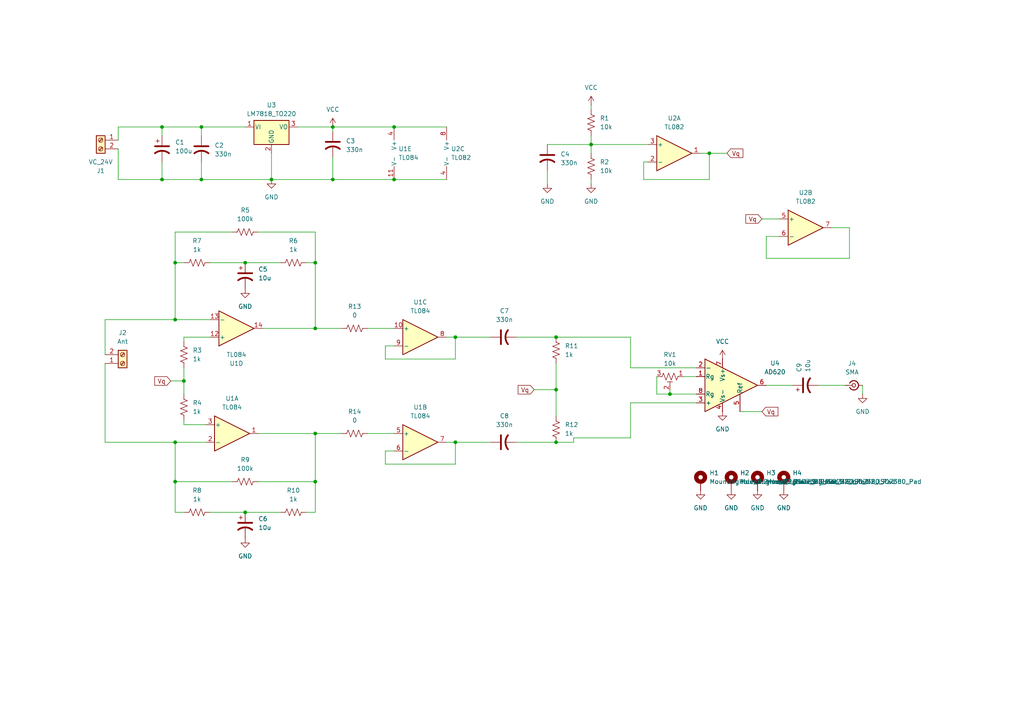
<source format=kicad_sch>
(kicad_sch (version 20250114) (generator "eeschema") (generator_version "9.0")
  (paper "A4")
  (lib_symbols
    (symbol "Amplifier_Instrumentation:AD620" (pin_names (offset 0.127))
      (property "Reference" "U" (at 3.81 7.62 0))
      (property "Value" "AD620" (at 5.08 5.08 0))
      (symbol "AD620_0_1"
        (polyline (pts (xy -7.62 7.62) (xy -7.62 -7.62) (xy 7.62 0) (xy -7.62 7.62)) (stroke (width 0.254)) (fill (type background)))
      )
      (symbol "AD620_1_1"
        (pin input line (at -10.16 5.08 0) (length 2.54) (name "-") (number "2"))
        (pin passive line (at -10.16 2.54 0) (length 2.54) (name "Rg") (number "1"))
        (pin passive line (at -10.16 -2.54 0) (length 2.54) (name "Rg") (number "8"))
        (pin input line (at -10.16 -5.08 0) (length 2.54) (name "+") (number "3"))
        (pin power_in line (at -2.54 7.62 270) (length 2.54) (name "Vs+") (number "7"))
        (pin power_in line (at -2.54 -7.62 90) (length 2.54) (name "Vs-") (number "4"))
        (pin passive line (at 2.54 -7.62 90) (length 5.08) (name "Ref") (number "5"))
        (pin output line (at 10.16 0 180) (length 2.54) (name "~") (number "6"))
      )
    )
    (symbol "Amplifier_Operational:TL082" (pin_names (offset 0.127))
      (property "Reference" "U" (at 0 5.08 0))
      (property "Value" "TL082" (at 0 -5.08 0))
      (symbol "TL082_1_1"
        (polyline (pts (xy -5.08 5.08) (xy 5.08 0) (xy -5.08 -5.08) (xy -5.08 5.08)) (stroke (width 0.254)) (fill (type background)))
        (pin input line (at -7.62 2.54 0) (length 2.54) (name "+") (number "3"))
        (pin input line (at -7.62 -2.54 0) (length 2.54) (name "-") (number "2"))
        (pin output line (at 7.62 0 180) (length 2.54) (name "~") (number "1"))
      )
      (symbol "TL082_2_1"
        (polyline (pts (xy -5.08 5.08) (xy 5.08 0) (xy -5.08 -5.08) (xy -5.08 5.08)) (stroke (width 0.254)) (fill (type background)))
        (pin input line (at -7.62 2.54 0) (length 2.54) (name "+") (number "5"))
        (pin input line (at -7.62 -2.54 0) (length 2.54) (name "-") (number "6"))
        (pin output line (at 7.62 0 180) (length 2.54) (name "~") (number "7"))
      )
      (symbol "TL082_3_1"
        (pin power_in line (at -2.54 7.62 270) (length 3.81) (name "V+") (number "8"))
        (pin power_in line (at -2.54 -7.62 90) (length 3.81) (name "V-") (number "4"))
      )
    )
    (symbol "Amplifier_Operational:TL084" (pin_names (offset 0.127))
      (property "Reference" "U" (at 0 5.08 0))
      (property "Value" "TL084" (at 0 -5.08 0))
      (symbol "TL084_1_1"
        (polyline (pts (xy -5.08 5.08) (xy 5.08 0) (xy -5.08 -5.08) (xy -5.08 5.08)) (stroke (width 0.254)) (fill (type background)))
        (pin input line (at -7.62 2.54 0) (length 2.54) (name "+") (number "3"))
        (pin input line (at -7.62 -2.54 0) (length 2.54) (name "-") (number "2"))
        (pin output line (at 7.62 0 180) (length 2.54) (name "~") (number "1"))
      )
      (symbol "TL084_2_1"
        (polyline (pts (xy -5.08 5.08) (xy 5.08 0) (xy -5.08 -5.08) (xy -5.08 5.08)) (stroke (width 0.254)) (fill (type background)))
        (pin input line (at -7.62 2.54 0) (length 2.54) (name "+") (number "5"))
        (pin input line (at -7.62 -2.54 0) (length 2.54) (name "-") (number "6"))
        (pin output line (at 7.62 0 180) (length 2.54) (name "~") (number "7"))
      )
      (symbol "TL084_3_1"
        (polyline (pts (xy -5.08 5.08) (xy 5.08 0) (xy -5.08 -5.08) (xy -5.08 5.08)) (stroke (width 0.254)) (fill (type background)))
        (pin input line (at -7.62 2.54 0) (length 2.54) (name "+") (number "10"))
        (pin input line (at -7.62 -2.54 0) (length 2.54) (name "-") (number "9"))
        (pin output line (at 7.62 0 180) (length 2.54) (name "~") (number "8"))
      )
      (symbol "TL084_4_1"
        (polyline (pts (xy -5.08 5.08) (xy 5.08 0) (xy -5.08 -5.08) (xy -5.08 5.08)) (stroke (width 0.254)) (fill (type background)))
        (pin input line (at -7.62 2.54 0) (length 2.54) (name "+") (number "12"))
        (pin input line (at -7.62 -2.54 0) (length 2.54) (name "-") (number "13"))
        (pin output line (at 7.62 0 180) (length 2.54) (name "~") (number "14"))
      )
      (symbol "TL084_5_1"
        (pin power_in line (at -2.54 7.62 270) (length 3.81) (name "V+") (number "4"))
        (pin power_in line (at -2.54 -7.62 90) (length 3.81) (name "V-") (number "11"))
      )
    )
    (symbol "Connector:Conn_Coaxial_Small" (pin_numbers (hide yes)) (pin_names (offset 1.016) (hide yes))
      (property "Reference" "J" (at 0.254 3.048 0))
      (property "Value" "Conn_Coaxial_Small" (at 0 -3.81 0))
      (symbol "Conn_Coaxial_Small_0_1"
        (polyline (pts (xy -2.54 0) (xy -0.508 0)))
        (circle (center 0 0) (radius 0.508) (stroke (width 0.2032)))
      )
      (symbol "Conn_Coaxial_Small_1_1"
        (arc (start 1.3484 0.0039) (mid 0.327 -1.308) (end -1.1916 -0.6311) (stroke (width 0.3048)))
        (arc (start -1.1916 0.6311) (mid 0.327 1.3081) (end 1.3484 -0.0039) (stroke (width 0.3048)))
        (pin passive line (at -2.54 0 0) (length 1.27) (name "In") (number "1"))
        (pin passive line (at 2.54 0 180) (length 1.27) (name "Ext") (number "2"))
      )
    )
    (symbol "Connector:Screw_Terminal_01x02" (pin_names (offset 1.016) (hide yes))
      (property "Reference" "J" (at 0 2.54 0))
      (property "Value" "Screw_Terminal_01x02" (at 0 -5.08 0))
      (symbol "Screw_Terminal_01x02_1_1"
        (rectangle (start -1.27 1.27) (end 1.27 -3.81) (stroke (width 0.254)) (fill (type background)))
        (polyline (pts (xy -0.5334 0.3302) (xy 0.3302 -0.508)) (stroke (width 0.1524)))
        (polyline (pts (xy -0.5334 -2.2098) (xy 0.3302 -3.048)) (stroke (width 0.1524)))
        (polyline (pts (xy -0.3556 0.508) (xy 0.508 -0.3302)) (stroke (width 0.1524)))
        (polyline (pts (xy -0.3556 -2.032) (xy 0.508 -2.8702)) (stroke (width 0.1524)))
        (circle (center 0 0) (radius 0.635) (stroke (width 0.1524)))
        (circle (center 0 -2.54) (radius 0.635) (stroke (width 0.1524)))
        (pin passive line (at -5.08 0 0) (length 3.81) (name "Pin_1") (number "1"))
        (pin passive line (at -5.08 -2.54 0) (length 3.81) (name "Pin_2") (number "2"))
      )
    )
    (symbol "Device:C_Polarized_US" (pin_numbers (hide yes)) (pin_names (offset 0.254) (hide yes))
      (property "Reference" "C" (at 0.635 2.54 0))
      (property "Value" "C_Polarized_US" (at 0.635 -2.54 0))
      (symbol "C_Polarized_US_0_1"
        (polyline (pts (xy -2.032 0.762) (xy 2.032 0.762)) (stroke (width 0.508)))
        (polyline (pts (xy -1.778 2.286) (xy -0.762 2.286)))
        (polyline (pts (xy -1.27 1.778) (xy -1.27 2.794)))
        (arc (start -2.032 -1.27) (mid 0 -0.5572) (end 2.032 -1.27) (stroke (width 0.508)))
      )
      (symbol "C_Polarized_US_1_1"
        (pin passive line (at 0 3.81 270) (length 2.794) (name "~") (number "1"))
        (pin passive line (at 0 -3.81 90) (length 3.302) (name "~") (number "2"))
      )
    )
    (symbol "Device:C_US" (pin_numbers (hide yes)) (pin_names (offset 0.254) (hide yes))
      (property "Reference" "C" (at 0.635 2.54 0))
      (property "Value" "C_US" (at 0.635 -2.54 0))
      (symbol "C_US_0_1"
        (polyline (pts (xy -2.032 0.762) (xy 2.032 0.762)) (stroke (width 0.508)))
        (arc (start -2.032 -1.27) (mid 0 -0.5572) (end 2.032 -1.27) (stroke (width 0.508)))
      )
      (symbol "C_US_1_1"
        (pin passive line (at 0 3.81 270) (length 2.794) (name "~") (number "1"))
        (pin passive line (at 0 -3.81 90) (length 3.302) (name "~") (number "2"))
      )
    )
    (symbol "Device:R_Potentiometer_Trim_US" (pin_names (offset 1.016) (hide yes))
      (property "Reference" "RV" (at -4.445 0 90))
      (property "Value" "R_Potentiometer_Trim_US" (at -2.54 0 90))
      (symbol "R_Potentiometer_Trim_US_0_1"
        (polyline (pts (xy 0 2.286) (xy 0 2.54)))
        (polyline (pts (xy 0 2.286) (xy 1.016 1.905) (xy 0 1.524) (xy -1.016 1.143) (xy 0 0.762)))
        (polyline (pts (xy 0 0.762) (xy 1.016 0.381) (xy 0 0) (xy -1.016 -0.381) (xy 0 -0.762)))
        (polyline (pts (xy 0 -0.762) (xy 1.016 -1.143) (xy 0 -1.524) (xy -1.016 -1.905) (xy 0 -2.286)))
        (polyline (pts (xy 0 -2.286) (xy 0 -2.54)))
        (polyline (pts (xy 1.524 0.762) (xy 1.524 -0.762)))
        (polyline (pts (xy 2.54 0) (xy 1.524 0)))
      )
      (symbol "R_Potentiometer_Trim_US_1_1"
        (pin passive line (at 0 3.81 270) (length 1.27) (name "1") (number "1"))
        (pin passive line (at 0 -3.81 90) (length 1.27) (name "3") (number "3"))
        (pin passive line (at 3.81 0 180) (length 1.27) (name "2") (number "2"))
      )
    )
    (symbol "Device:R_US" (pin_numbers (hide yes)) (pin_names (offset 0))
      (property "Reference" "R" (at 2.54 0 90))
      (property "Value" "R_US" (at -2.54 0 90))
      (symbol "R_US_0_1"
        (polyline (pts (xy 0 2.286) (xy 0 2.54)))
        (polyline (pts (xy 0 2.286) (xy 1.016 1.905) (xy 0 1.524) (xy -1.016 1.143) (xy 0 0.762)))
        (polyline (pts (xy 0 0.762) (xy 1.016 0.381) (xy 0 0) (xy -1.016 -0.381) (xy 0 -0.762)))
        (polyline (pts (xy 0 -0.762) (xy 1.016 -1.143) (xy 0 -1.524) (xy -1.016 -1.905) (xy 0 -2.286)))
        (polyline (pts (xy 0 -2.286) (xy 0 -2.54)))
      )
      (symbol "R_US_1_1"
        (pin passive line (at 0 3.81 270) (length 1.27) (name "~") (number "1"))
        (pin passive line (at 0 -3.81 90) (length 1.27) (name "~") (number "2"))
      )
    )
    (symbol "Mechanical:MountingHole_Pad" (pin_numbers (hide yes)) (pin_names (offset 1.016) (hide yes)) (in_bom no)
      (property "Reference" "H" (at 0 6.35 0))
      (property "Value" "MountingHole_Pad" (at 0 4.445 0))
      (symbol "MountingHole_Pad_0_1"
        (circle (center 0 1.27) (radius 1.27) (stroke (width 1.27)))
      )
      (symbol "MountingHole_Pad_1_1"
        (pin input line (at 0 -2.54 90) (length 2.54) (name "1") (number "1"))
      )
    )
    (symbol "Regulator_Linear:LM7818_TO220" (pin_names (offset 0.254))
      (property "Reference" "U" (at -3.81 3.175 0))
      (property "Value" "LM7818_TO220" (at 0 3.175 0))
      (symbol "LM7818_TO220_0_1"
        (rectangle (start -5.08 1.905) (end 5.08 -5.08) (stroke (width 0.254)) (fill (type background)))
      )
      (symbol "LM7818_TO220_1_1"
        (pin power_in line (at -7.62 0 0) (length 2.54) (name "VI") (number "1"))
        (pin power_in line (at 0 -7.62 90) (length 2.54) (name "GND") (number "2"))
        (pin power_out line (at 7.62 0 180) (length 2.54) (name "VO") (number "3"))
      )
    )
    (symbol "power:GND" (power) (pin_numbers (hide yes)) (pin_names (offset 0) (hide yes))
      (property "Value" "GND" (at 0 -3.81 0))
      (symbol "GND_0_1"
        (polyline (pts (xy 0 0) (xy 0 -1.27) (xy 1.27 -1.27) (xy 0 -2.54) (xy -1.27 -1.27) (xy 0 -1.27)))
      )
      (symbol "GND_1_1"
        (pin power_in line (at 0 0 270) (length 0) (name "~") (number "1"))
      )
    )
    (symbol "power:VCC" (power) (pin_numbers (hide yes)) (pin_names (offset 0) (hide yes))
      (property "Value" "VCC" (at 0 3.556 0))
      (symbol "VCC_0_1"
        (polyline (pts (xy -0.762 1.27) (xy 0 2.54)))
        (polyline (pts (xy 0 2.54) (xy 0.762 1.27)))
        (polyline (pts (xy 0 0) (xy 0 2.54)))
      )
      (symbol "VCC_1_1"
        (pin power_in line (at 0 0 90) (length 0) (name "~") (number "1"))
      )
    )
  )
  (junction (at 132.08 97.79))
  (junction (at 114.3 52.07))
  (junction (at 91.44 139.7))
  (junction (at 50.8 128.27))
  (junction (at 91.44 125.73))
  (junction (at 96.52 52.07))
  (junction (at 78.74 52.07))
  (junction (at 161.29 113.03))
  (junction (at 58.42 36.83))
  (junction (at 91.44 95.25))
  (junction (at 71.12 76.2))
  (junction (at 50.8 92.71))
  (junction (at 96.52 36.83))
  (junction (at 205.74 44.45))
  (junction (at 114.3 36.83))
  (junction (at 161.29 128.27))
  (junction (at 161.29 97.79))
  (junction (at 171.45 41.91))
  (junction (at 58.42 52.07))
  (junction (at 53.34 110.49))
  (junction (at 71.12 148.59))
  (junction (at 194.31 114.3))
  (junction (at 46.99 36.83))
  (junction (at 91.44 76.2))
  (junction (at 50.8 76.2))
  (junction (at 132.08 128.27))
  (junction (at 46.99 52.07))
  (junction (at 50.8 139.7))
  (wire (pts (xy 111.76 130.81) (xy 111.76 134.62)))
  (wire (pts (xy 58.42 36.83) (xy 58.42 39.37)))
  (wire (pts (xy 166.37 127) (xy 166.37 128.27)))
  (wire (pts (xy 166.37 128.27) (xy 161.29 128.27)))
  (wire (pts (xy 34.29 36.83) (xy 46.99 36.83)))
  (wire (pts (xy 58.42 36.83) (xy 71.12 36.83)))
  (wire (pts (xy 34.29 52.07) (xy 46.99 52.07)))
  (wire (pts (xy 34.29 40.64) (xy 34.29 36.83)))
  (wire (pts (xy 132.08 128.27) (xy 142.24 128.27)))
  (wire (pts (xy 46.99 36.83) (xy 46.99 39.37)))
  (wire (pts (xy 132.08 97.79) (xy 129.54 97.79)))
  (wire (pts (xy 91.44 125.73) (xy 99.06 125.73)))
  (wire (pts (xy 46.99 36.83) (xy 58.42 36.83)))
  (wire (pts (xy 96.52 36.83) (xy 96.52 38.1)))
  (wire (pts (xy 76.2 95.25) (xy 91.44 95.25)))
  (wire (pts (xy 50.8 67.31) (xy 50.8 76.2)))
  (wire (pts (xy 53.34 97.79) (xy 53.34 99.06)))
  (wire (pts (xy 88.9 148.59) (xy 91.44 148.59)))
  (wire (pts (xy 203.2 44.45) (xy 205.74 44.45)))
  (wire (pts (xy 250.19 111.76) (xy 250.19 114.3)))
  (wire (pts (xy 96.52 52.07) (xy 114.3 52.07)))
  (wire (pts (xy 226.06 68.58) (xy 222.25 68.58)))
  (wire (pts (xy 171.45 39.37) (xy 171.45 41.91)))
  (wire (pts (xy 34.29 43.18) (xy 34.29 52.07)))
  (wire (pts (xy 171.45 53.34) (xy 171.45 52.07)))
  (wire (pts (xy 182.88 97.79) (xy 182.88 106.68)))
  (wire (pts (xy 114.3 36.83) (xy 129.54 36.83)))
  (wire (pts (xy 132.08 134.62) (xy 132.08 128.27)))
  (wire (pts (xy 60.96 148.59) (xy 71.12 148.59)))
  (wire (pts (xy 60.96 97.79) (xy 53.34 97.79)))
  (wire (pts (xy 86.36 36.83) (xy 96.52 36.83)))
  (wire (pts (xy 78.74 52.07) (xy 96.52 52.07)))
  (wire (pts (xy 99.06 95.25) (xy 91.44 95.25)))
  (wire (pts (xy 222.25 74.93) (xy 246.38 74.93)))
  (wire (pts (xy 30.48 128.27) (xy 50.8 128.27)))
  (wire (pts (xy 50.8 148.59) (xy 53.34 148.59)))
  (wire (pts (xy 182.88 116.84) (xy 201.93 116.84)))
  (wire (pts (xy 30.48 105.41) (xy 30.48 128.27)))
  (wire (pts (xy 114.3 100.33) (xy 111.76 100.33)))
  (wire (pts (xy 194.31 113.03) (xy 194.31 114.3)))
  (wire (pts (xy 246.38 74.93) (xy 246.38 66.04)))
  (wire (pts (xy 222.25 111.76) (xy 229.87 111.76)))
  (wire (pts (xy 91.44 139.7) (xy 74.93 139.7)))
  (wire (pts (xy 71.12 148.59) (xy 81.28 148.59)))
  (wire (pts (xy 237.49 111.76) (xy 245.11 111.76)))
  (wire (pts (xy 53.34 123.19) (xy 59.69 123.19)))
  (wire (pts (xy 58.42 52.07) (xy 78.74 52.07)))
  (wire (pts (xy 182.88 97.79) (xy 161.29 97.79)))
  (wire (pts (xy 132.08 104.14) (xy 132.08 97.79)))
  (wire (pts (xy 182.88 106.68) (xy 201.93 106.68)))
  (wire (pts (xy 149.86 128.27) (xy 161.29 128.27)))
  (wire (pts (xy 182.88 116.84) (xy 182.88 127)))
  (wire (pts (xy 58.42 46.99) (xy 58.42 52.07)))
  (wire (pts (xy 129.54 128.27) (xy 132.08 128.27)))
  (wire (pts (xy 201.93 109.22) (xy 198.12 109.22)))
  (wire (pts (xy 186.69 52.07) (xy 205.74 52.07)))
  (wire (pts (xy 49.53 110.49) (xy 53.34 110.49)))
  (wire (pts (xy 182.88 127) (xy 166.37 127)))
  (wire (pts (xy 46.99 46.99) (xy 46.99 52.07)))
  (wire (pts (xy 194.31 114.3) (xy 201.93 114.3)))
  (wire (pts (xy 161.29 113.03) (xy 161.29 120.65)))
  (wire (pts (xy 50.8 92.71) (xy 30.48 92.71)))
  (wire (pts (xy 91.44 67.31) (xy 91.44 76.2)))
  (wire (pts (xy 53.34 121.92) (xy 53.34 123.19)))
  (wire (pts (xy 50.8 92.71) (xy 60.96 92.71)))
  (wire (pts (xy 186.69 46.99) (xy 186.69 52.07)))
  (wire (pts (xy 111.76 134.62) (xy 132.08 134.62)))
  (wire (pts (xy 67.31 139.7) (xy 50.8 139.7)))
  (wire (pts (xy 171.45 41.91) (xy 187.96 41.91)))
  (wire (pts (xy 78.74 44.45) (xy 78.74 52.07)))
  (wire (pts (xy 214.63 119.38) (xy 220.98 119.38)))
  (wire (pts (xy 74.93 125.73) (xy 91.44 125.73)))
  (wire (pts (xy 158.75 53.34) (xy 158.75 49.53)))
  (wire (pts (xy 30.48 92.71) (xy 30.48 102.87)))
  (wire (pts (xy 187.96 46.99) (xy 186.69 46.99)))
  (wire (pts (xy 171.45 31.75) (xy 171.45 30.48)))
  (wire (pts (xy 91.44 125.73) (xy 91.44 139.7)))
  (wire (pts (xy 106.68 125.73) (xy 114.3 125.73)))
  (wire (pts (xy 149.86 97.79) (xy 161.29 97.79)))
  (wire (pts (xy 50.8 128.27) (xy 59.69 128.27)))
  (wire (pts (xy 91.44 67.31) (xy 74.93 67.31)))
  (wire (pts (xy 96.52 36.83) (xy 114.3 36.83)))
  (wire (pts (xy 222.25 68.58) (xy 222.25 74.93)))
  (wire (pts (xy 171.45 41.91) (xy 171.45 44.45)))
  (wire (pts (xy 50.8 139.7) (xy 50.8 128.27)))
  (wire (pts (xy 111.76 104.14) (xy 132.08 104.14)))
  (wire (pts (xy 46.99 52.07) (xy 58.42 52.07)))
  (wire (pts (xy 50.8 76.2) (xy 53.34 76.2)))
  (wire (pts (xy 71.12 76.2) (xy 81.28 76.2)))
  (wire (pts (xy 132.08 97.79) (xy 142.24 97.79)))
  (wire (pts (xy 190.5 109.22) (xy 190.5 114.3)))
  (wire (pts (xy 114.3 130.81) (xy 111.76 130.81)))
  (wire (pts (xy 158.75 41.91) (xy 171.45 41.91)))
  (wire (pts (xy 53.34 110.49) (xy 53.34 114.3)))
  (wire (pts (xy 91.44 76.2) (xy 91.44 95.25)))
  (wire (pts (xy 161.29 105.41) (xy 161.29 113.03)))
  (wire (pts (xy 88.9 76.2) (xy 91.44 76.2)))
  (wire (pts (xy 91.44 139.7) (xy 91.44 148.59)))
  (wire (pts (xy 96.52 45.72) (xy 96.52 52.07)))
  (wire (pts (xy 246.38 66.04) (xy 241.3 66.04)))
  (wire (pts (xy 114.3 52.07) (xy 129.54 52.07)))
  (wire (pts (xy 205.74 44.45) (xy 210.82 44.45)))
  (wire (pts (xy 60.96 76.2) (xy 71.12 76.2)))
  (wire (pts (xy 50.8 76.2) (xy 50.8 92.71)))
  (wire (pts (xy 53.34 106.68) (xy 53.34 110.49)))
  (wire (pts (xy 190.5 114.3) (xy 194.31 114.3)))
  (wire (pts (xy 67.31 67.31) (xy 50.8 67.31)))
  (wire (pts (xy 114.3 95.25) (xy 106.68 95.25)))
  (wire (pts (xy 205.74 52.07) (xy 205.74 44.45)))
  (wire (pts (xy 111.76 100.33) (xy 111.76 104.14)))
  (wire (pts (xy 154.94 113.03) (xy 161.29 113.03)))
  (wire (pts (xy 50.8 139.7) (xy 50.8 148.59)))
  (wire (pts (xy 220.98 63.5) (xy 226.06 63.5)))
  (global_label "Vq" (shape input) (at 220.98 119.38 0) (property "Intersheetrefs" "${INTERSHEET_REFS}" (effects (hide yes))))
  (global_label "Vq" (shape input) (at 210.82 44.45 0) (property "Intersheetrefs" "${INTERSHEET_REFS}" (effects (hide yes))))
  (global_label "Vq" (shape input) (at 220.98 63.5 180) (property "Intersheetrefs" "${INTERSHEET_REFS}" (effects (hide yes))))
  (global_label "Vq" (shape input) (at 49.53 110.49 180) (property "Intersheetrefs" "${INTERSHEET_REFS}" (effects (hide yes))))
  (global_label "Vq" (shape input) (at 154.94 113.03 180) (property "Intersheetrefs" "${INTERSHEET_REFS}" (effects (hide yes))))
  (symbol (lib_id "power:GND") (at 250.19 114.3 0) (unit 1)
    (property "Reference" "#PWR010" (effects (hide yes)))
    (property "Value" "GND" (at 250.19 119.38 0))
    (property "Description" "Power symbol creates a global label with name \"GND\" , ground" (effects (hide yes)))
  )
  (symbol (lib_id "Device:R_US") (at 171.45 48.26 0) (unit 1)
    (property "Reference" "R2" (at 173.99 46.9899 0) (effects (justify left)))
    (property "Value" "10k" (at 173.99 49.5299 0) (effects (justify left)))
    (property "Footprint" "huellas_proyecto:R_Axial_DIN0207_L6.3mm_D2.5mm_P10.16mm_Horizontal-pad2mm" (effects (hide yes)))
    (property "Description" "Resistor, US symbol" (effects (hide yes)))
  )
  (symbol (lib_id "power:GND") (at 171.45 53.34 0) (unit 1)
    (property "Reference" "#PWR04" (effects (hide yes)))
    (property "Value" "GND" (at 171.45 58.42 0))
    (property "Description" "Power symbol creates a global label with name \"GND\" , ground" (effects (hide yes)))
  )
  (symbol (lib_id "Mechanical:MountingHole_Pad") (at 227.33 139.7 0) (unit 1) (in_bom no)
    (property "Reference" "H4" (at 229.87 137.1599 0) (effects (justify left)))
    (property "Value" "MountingHole_2.2mm_M2_ISO7380_Pad" (at 229.87 139.6999 0) (effects (justify left)))
    (property "Footprint" "MountingHole:MountingHole_2.2mm_M2_ISO7380_Pad" (effects (hide yes)))
  )
  (symbol (lib_id "Device:R_US") (at 53.34 118.11 0) (unit 1)
    (property "Reference" "R4" (at 55.88 116.8399 0) (effects (justify left)))
    (property "Value" "1k" (at 55.88 119.3799 0) (effects (justify left)))
    (property "Footprint" "huellas_proyecto:R_Axial_DIN0207_L6.3mm_D2.5mm_P15.24mm_Horizontal-pad2mm" (effects (hide yes)))
  )
  (symbol (lib_id "power:GND") (at 219.71 142.24 0) (unit 1)
    (property "Reference" "#PWR013" (effects (hide yes)))
    (property "Value" "GND" (at 219.71 147.32 0))
    (property "Description" "Power symbol creates a global label with name \"GND\" , ground" (effects (hide yes)))
  )
  (symbol (lib_id "Mechanical:MountingHole_Pad") (at 203.2 139.7 0) (unit 1) (in_bom no)
    (property "Reference" "H1" (at 205.74 137.1599 0) (effects (justify left)))
    (property "Value" "MountingHole_2.2mm_M2_ISO7380_Pad" (at 205.74 139.6999 0) (effects (justify left)))
    (property "Footprint" "MountingHole:MountingHole_2.2mm_M2_ISO7380_Pad" (effects (hide yes)))
  )
  (symbol (lib_id "power:GND") (at 212.09 142.24 0) (unit 1)
    (property "Reference" "#PWR012" (effects (hide yes)))
    (property "Value" "GND" (at 212.09 147.32 0))
    (property "Description" "Power symbol creates a global label with name \"GND\" , ground" (effects (hide yes)))
  )
  (symbol (lib_id "Device:C_US") (at 96.52 41.91 0) (unit 1)
    (property "Reference" "C3" (at 100.33 40.8939 0) (effects (justify left)))
    (property "Value" "330n" (at 100.33 43.4339 0) (effects (justify left)))
    (property "Footprint" "huellas_proyecto:C_Disc_D5.1mm_W3.2mm_P5.00mm-pad2mm" (effects (hide yes)))
    (property "Description" "capacitor, US symbol" (effects (hide yes)))
  )
  (symbol (lib_id "Amplifier_Operational:TL084") (at 68.58 95.25 0) (mirror x) (unit 4)
    (property "Reference" "U1" (at 68.58 105.41 0))
    (property "Value" "TL084" (at 68.58 102.87 0))
    (property "Footprint" "huellas_proyecto:DIP-14_W7.62mm_LongPads-2mm" (effects (hide yes)))
    (property "Datasheet" "http://www.ti.com/lit/ds/symlink/tl081.pdf" (effects (hide yes)))
    (property "Description" "Quad JFET-Input Operational Amplifiers, DIP-14/SOIC-14/SSOP-14" (effects (hide yes)))
  )
  (symbol (lib_id "power:VCC") (at 209.55 104.14 0) (unit 1)
    (property "Reference" "#PWR09" (effects (hide yes)))
    (property "Value" "VCC" (at 209.55 99.06 0))
    (property "Description" "Power symbol creates a global label with name \"VCC\"" (effects (hide yes)))
  )
  (symbol (lib_id "Mechanical:MountingHole_Pad") (at 212.09 139.7 0) (unit 1) (in_bom no)
    (property "Reference" "H2" (at 214.63 137.1599 0) (effects (justify left)))
    (property "Value" "MountingHole_2.2mm_M2_ISO7380_Pad" (at 214.63 139.6999 0) (effects (justify left)))
    (property "Footprint" "MountingHole:MountingHole_2.2mm_M2_ISO7380_Pad" (effects (hide yes)))
  )
  (symbol (lib_id "Device:R_US") (at 85.09 76.2 90) (unit 1)
    (property "Reference" "R6" (at 85.09 69.85 90))
    (property "Value" "1k" (at 85.09 72.39 90))
    (property "Footprint" "huellas_proyecto:R_Axial_DIN0207_L6.3mm_D2.5mm_P10.16mm_Horizontal-pad2mm" (effects (hide yes)))
    (property "Description" "Resistor, US symbol" (effects (hide yes)))
  )
  (symbol (lib_id "Connector:Screw_Terminal_01x02") (at 29.21 40.64 0) (mirror y) (unit 1)
    (property "Reference" "J1" (at 29.21 49.53 0))
    (property "Value" "VC_24V" (at 29.21 46.99 0))
    (property "Footprint" "TerminalBlock_MetzConnect:TerminalBlock_MetzConnect_Type011_RT05502HBLC_1x02_P5.00mm_Horizontal" (effects (hide yes)))
    (property "Description" "Generic screw terminal, single row, 01x02, script generated (kicad-library-utils/schlib/autogen/connector/)" (effects (hide yes)))
  )
  (symbol (lib_id "Amplifier_Instrumentation:AD620") (at 212.09 111.76 0) (unit 1)
    (property "Reference" "U4" (at 224.79 105.3398 0))
    (property "Value" "AD620" (at 224.79 107.8798 0))
    (property "Footprint" "huellas_proyecto:DIP-8_W7.62mm_LongPads-pad2mm" (effects (hide yes)))
    (property "Datasheet" "https://www.analog.com/media/en/technical-documentation/data-sheets/AD620.pdf" (effects (hide yes)))
    (property "Description" "Low Cost, Low Power, Instrumentation Amplifier, DIP-8/SOIC-8" (effects (hide yes)))
  )
  (symbol (lib_id "power:GND") (at 71.12 156.21 0) (unit 1)
    (property "Reference" "#PWR07" (effects (hide yes)))
    (property "Value" "GND" (at 71.12 161.29 0))
    (property "Description" "Power symbol creates a global label with name \"GND\" , ground" (effects (hide yes)))
  )
  (symbol (lib_id "Device:R_Potentiometer_Trim_US") (at 194.31 109.22 270) (unit 1)
    (property "Reference" "RV1" (at 194.31 102.87 90))
    (property "Value" "10k" (at 194.31 105.41 90))
    (property "Footprint" "huellas_proyecto:Potentiometer_Bourns_3296W_Vertical-pad2mm" (effects (hide yes)))
    (property "Description" "Trim-potentiometer, US symbol" (effects (hide yes)))
  )
  (symbol (lib_id "Device:C_US") (at 58.42 43.18 0) (unit 1)
    (property "Reference" "C2" (at 62.23 42.1639 0) (effects (justify left)))
    (property "Value" "330n" (at 62.23 44.7039 0) (effects (justify left)))
    (property "Footprint" "huellas_proyecto:C_Disc_D5.1mm_W3.2mm_P5.00mm-pad2mm" (effects (hide yes)))
    (property "Description" "capacitor, US symbol" (effects (hide yes)))
  )
  (symbol (lib_id "power:GND") (at 78.74 52.07 0) (unit 1)
    (property "Reference" "#PWR01" (effects (hide yes)))
    (property "Value" "GND" (at 78.74 57.15 0))
    (property "Description" "Power symbol creates a global label with name \"GND\" , ground" (effects (hide yes)))
  )
  (symbol (lib_id "Device:C_Polarized_US") (at 233.68 111.76 90) (unit 1)
    (property "Reference" "C9" (at 231.7749 107.95 0) (effects (justify left)))
    (property "Value" "10u" (at 234.3149 107.95 0) (effects (justify left)))
    (property "Footprint" "huellas_proyecto:CP_Radial_D10.0mm_P5.00mm-pad2mm2" (effects (hide yes)))
    (property "Description" "Polarized capacitor, US symbol" (effects (hide yes)))
  )
  (symbol (lib_id "Device:R_US") (at 57.15 76.2 90) (unit 1)
    (property "Reference" "R7" (at 57.15 69.85 90))
    (property "Value" "1k" (at 57.15 72.39 90))
    (property "Footprint" "huellas_proyecto:R_Axial_DIN0207_L6.3mm_D2.5mm_P10.16mm_Horizontal-pad2mm" (effects (hide yes)))
    (property "Description" "Resistor, US symbol" (effects (hide yes)))
  )
  (symbol (lib_id "Amplifier_Operational:TL084") (at 121.92 97.79 0) (unit 3)
    (property "Reference" "U1" (at 121.92 87.63 0))
    (property "Value" "TL084" (at 121.92 90.17 0))
    (property "Footprint" "huellas_proyecto:DIP-14_W7.62mm_LongPads-2mm" (effects (hide yes)))
    (property "Datasheet" "http://www.ti.com/lit/ds/symlink/tl081.pdf" (effects (hide yes)))
    (property "Description" "Quad JFET-Input Operational Amplifiers, DIP-14/SOIC-14/SSOP-14" (effects (hide yes)))
  )
  (symbol (lib_id "Connector:Screw_Terminal_01x02") (at 35.56 105.41 0) (mirror x) (unit 1)
    (property "Reference" "J2" (at 35.56 96.52 0))
    (property "Value" "Ant" (at 35.56 99.06 0))
    (property "Footprint" "TerminalBlock_MetzConnect:TerminalBlock_MetzConnect_Type011_RT05502HBLC_1x02_P5.00mm_Horizontal" (effects (hide yes)))
    (property "Description" "Generic screw terminal, single row, 01x02, script generated (kicad-library-utils/schlib/autogen/connector/)" (effects (hide yes)))
  )
  (symbol (lib_id "Device:C_US") (at 146.05 97.79 90) (unit 1)
    (property "Reference" "C7" (at 146.304 90.17 90))
    (property "Value" "330n" (at 146.304 92.71 90))
    (property "Footprint" "huellas_proyecto:C_Disc_D5.1mm_W3.2mm_P5.00mm-pad2mm" (effects (hide yes)))
    (property "Description" "capacitor, US symbol" (effects (hide yes)))
  )
  (symbol (lib_id "Device:C_Polarized_US") (at 71.12 80.01 0) (unit 1)
    (property "Reference" "C5" (at 74.93 78.1049 0) (effects (justify left)))
    (property "Value" "10u" (at 74.93 80.6449 0) (effects (justify left)))
    (property "Footprint" "huellas_proyecto:CP_Radial_D10.0mm_P5.00mm-pad2mm2" (effects (hide yes)))
    (property "Description" "Polarized capacitor, US symbol" (effects (hide yes)))
  )
  (symbol (lib_id "Device:R_US") (at 161.29 124.46 0) (unit 1)
    (property "Reference" "R12" (at 163.83 123.1899 0) (effects (justify left)))
    (property "Value" "1k" (at 163.83 125.7299 0) (effects (justify left)))
    (property "Footprint" "huellas_proyecto:R_Axial_DIN0207_L6.3mm_D2.5mm_P10.16mm_Horizontal-pad2mm" (effects (hide yes)))
    (property "Description" "Resistor, US symbol" (effects (hide yes)))
  )
  (symbol (lib_id "Device:R_US") (at 53.34 102.87 0) (unit 1)
    (property "Reference" "R3" (at 55.88 101.5999 0) (effects (justify left)))
    (property "Value" "1k" (at 55.88 104.1399 0) (effects (justify left)))
    (property "Footprint" "huellas_proyecto:R_Axial_DIN0207_L6.3mm_D2.5mm_P15.24mm_Horizontal-pad2mm" (effects (hide yes)))
  )
  (symbol (lib_id "Device:R_US") (at 57.15 148.59 90) (unit 1)
    (property "Reference" "R8" (at 57.15 142.24 90))
    (property "Value" "1k" (at 57.15 144.78 90))
    (property "Footprint" "huellas_proyecto:R_Axial_DIN0207_L6.3mm_D2.5mm_P10.16mm_Horizontal-pad2mm" (effects (hide yes)))
    (property "Description" "Resistor, US symbol" (effects (hide yes)))
  )
  (symbol (lib_id "power:GND") (at 203.2 142.24 0) (unit 1)
    (property "Reference" "#PWR011" (effects (hide yes)))
    (property "Value" "GND" (at 203.2 147.32 0))
    (property "Description" "Power symbol creates a global label with name \"GND\" , ground" (effects (hide yes)))
  )
  (symbol (lib_id "Device:C_US") (at 158.75 45.72 0) (unit 1)
    (property "Reference" "C4" (at 162.56 44.7039 0) (effects (justify left)))
    (property "Value" "330n" (at 162.56 47.2439 0) (effects (justify left)))
    (property "Footprint" "huellas_proyecto:C_Disc_D5.1mm_W3.2mm_P5.00mm-pad2mm" (effects (hide yes)))
    (property "Description" "capacitor, US symbol" (effects (hide yes)))
  )
  (symbol (lib_id "power:GND") (at 227.33 142.24 0) (unit 1)
    (property "Reference" "#PWR014" (effects (hide yes)))
    (property "Value" "GND" (at 227.33 147.32 0))
    (property "Description" "Power symbol creates a global label with name \"GND\" , ground" (effects (hide yes)))
  )
  (symbol (lib_id "Device:C_Polarized_US") (at 46.99 43.18 0) (unit 1)
    (property "Reference" "C1" (at 50.8 41.2749 0) (effects (justify left)))
    (property "Value" "100u" (at 50.8 43.8149 0) (effects (justify left)))
    (property "Footprint" "huellas_proyecto:CP_Radial_D10.0mm_P5.00mm-pad2mm2" (effects (hide yes)))
    (property "Description" "Polarized capacitor, US symbol" (effects (hide yes)))
  )
  (symbol (lib_id "Device:C_US") (at 146.05 128.27 90) (unit 1)
    (property "Reference" "C8" (at 146.304 120.65 90))
    (property "Value" "330n" (at 146.304 123.19 90))
    (property "Footprint" "huellas_proyecto:C_Disc_D5.1mm_W3.2mm_P5.00mm-pad2mm" (effects (hide yes)))
    (property "Description" "capacitor, US symbol" (effects (hide yes)))
  )
  (symbol (lib_id "Amplifier_Operational:TL082") (at 132.08 44.45 0) (unit 3)
    (property "Reference" "U2" (at 130.81 43.1799 0) (effects (justify left)))
    (property "Value" "TL082" (at 130.81 45.7199 0) (effects (justify left)))
    (property "Footprint" "huellas_proyecto:DIP-8_W7.62mm_LongPads-pad2mm" (effects (hide yes)))
    (property "Datasheet" "https://www.analog.com/media/en/technical-documentation/data-sheets/AD620.pdf" (effects (hide yes)))
    (property "Description" "Low Cost, Low Power, Instrumentation Amplifier, DIP-8/SOIC-8" (effects (hide yes)))
  )
  (symbol (lib_id "power:VCC") (at 171.45 30.48 0) (unit 1)
    (property "Reference" "#PWR03" (effects (hide yes)))
    (property "Value" "VCC" (at 171.45 25.4 0))
    (property "Description" "Power symbol creates a global label with name \"VCC\"" (effects (hide yes)))
  )
  (symbol (lib_id "Device:R_US") (at 171.45 35.56 0) (unit 1)
    (property "Reference" "R1" (at 173.99 34.2899 0) (effects (justify left)))
    (property "Value" "10k" (at 173.99 36.8299 0) (effects (justify left)))
    (property "Footprint" "huellas_proyecto:R_Axial_DIN0207_L6.3mm_D2.5mm_P10.16mm_Horizontal-pad2mm" (effects (hide yes)))
    (property "Description" "Resistor, US symbol" (effects (hide yes)))
  )
  (symbol (lib_id "power:VCC") (at 96.52 36.83 0) (unit 1)
    (property "Reference" "#PWR02" (effects (hide yes)))
    (property "Value" "VCC" (at 96.52 31.75 0))
    (property "Description" "Power symbol creates a global label with name \"VCC\"" (effects (hide yes)))
  )
  (symbol (lib_id "Amplifier_Operational:TL084") (at 116.84 44.45 0) (unit 5)
    (property "Reference" "U1" (at 115.57 43.1799 0) (effects (justify left)))
    (property "Value" "TL084" (at 115.57 45.7199 0) (effects (justify left)))
    (property "Footprint" "huellas_proyecto:DIP-14_W7.62mm_LongPads-2mm" (effects (hide yes)))
    (property "Datasheet" "http://www.ti.com/lit/ds/symlink/tl081.pdf" (effects (hide yes)))
    (property "Description" "Quad JFET-Input Operational Amplifiers, DIP-14/SOIC-14/SSOP-14" (effects (hide yes)))
  )
  (symbol (lib_id "Device:R_US") (at 102.87 125.73 90) (unit 1)
    (property "Reference" "R14" (at 102.87 119.38 90))
    (property "Value" "0" (at 102.87 121.92 90))
    (property "Footprint" "huellas_proyecto:R_Axial_DIN0207_L6.3mm_D2.5mm_P10.16mm_Horizontal-pad2mm" (effects (hide yes)))
    (property "Description" "Resistor, US symbol" (effects (hide yes)))
  )
  (symbol (lib_id "Regulator_Linear:LM7818_TO220") (at 78.74 36.83 0) (unit 1)
    (property "Reference" "U3" (at 78.74 30.48 0))
    (property "Value" "LM7818_TO220" (at 78.74 33.02 0))
    (property "Footprint" "huellas_proyecto:TO-220-3_Vertical-pad2mm" (effects (hide yes)))
    (property "Datasheet" "https://www.onsemi.cn/PowerSolutions/document/MC7800-D.PDF" (effects (hide yes)))
    (property "Description" "Positive 1A 35V Linear Regulator, Fixed Output 18V, TO-220" (effects (hide yes)))
  )
  (symbol (lib_id "Amplifier_Operational:TL084") (at 67.31 125.73 0) (unit 1)
    (property "Reference" "U1" (at 67.31 115.57 0))
    (property "Value" "TL084" (at 67.31 118.11 0))
    (property "Footprint" "huellas_proyecto:DIP-14_W7.62mm_LongPads-2mm" (effects (hide yes)))
    (property "Datasheet" "http://www.ti.com/lit/ds/symlink/tl081.pdf" (effects (hide yes)))
    (property "Description" "Quad JFET-Input Operational Amplifiers, DIP-14/SOIC-14/SSOP-14" (effects (hide yes)))
  )
  (symbol (lib_id "Mechanical:MountingHole_Pad") (at 219.71 139.7 0) (unit 1) (in_bom no)
    (property "Reference" "H3" (at 222.25 137.1599 0) (effects (justify left)))
    (property "Value" "MountingHole_2.2mm_M2_ISO7380_Pad" (at 222.25 139.6999 0) (effects (justify left)))
    (property "Footprint" "MountingHole:MountingHole_2.2mm_M2_ISO7380_Pad" (effects (hide yes)))
  )
  (symbol (lib_id "Amplifier_Operational:TL082") (at 233.68 66.04 0) (unit 2)
    (property "Reference" "U2" (at 233.68 55.88 0))
    (property "Value" "TL082" (at 233.68 58.42 0))
    (property "Footprint" "huellas_proyecto:DIP-8_W7.62mm_LongPads-pad2mm" (effects (hide yes)))
    (property "Datasheet" "https://www.analog.com/media/en/technical-documentation/data-sheets/AD620.pdf" (effects (hide yes)))
    (property "Description" "Low Cost, Low Power, Instrumentation Amplifier, DIP-8/SOIC-8" (effects (hide yes)))
  )
  (symbol (lib_id "Amplifier_Operational:TL082") (at 195.58 44.45 0) (unit 1)
    (property "Reference" "U2" (at 195.58 34.29 0))
    (property "Value" "TL082" (at 195.58 36.83 0))
    (property "Footprint" "huellas_proyecto:DIP-8_W7.62mm_LongPads-pad2mm" (effects (hide yes)))
    (property "Datasheet" "https://www.analog.com/media/en/technical-documentation/data-sheets/AD620.pdf" (effects (hide yes)))
    (property "Description" "Low Cost, Low Power, Instrumentation Amplifier, DIP-8/SOIC-8" (effects (hide yes)))
  )
  (symbol (lib_id "Connector:Conn_Coaxial_Small") (at 247.65 111.76 0) (unit 1)
    (property "Reference" "J4" (at 247.1304 105.41 0))
    (property "Value" "SMA" (at 247.1304 107.95 0))
    (property "Footprint" "Connector_Coaxial:SMA_Amphenol_132289_EdgeMount" (effects (hide yes)))
    (property "Description" "small coaxial connector (BNC, SMA, SMB, SMC, Cinch/RCA, LEMO, ...)" (effects (hide yes)))
  )
  (symbol (lib_id "power:GND") (at 158.75 53.34 0) (unit 1)
    (property "Reference" "#PWR05" (effects (hide yes)))
    (property "Value" "GND" (at 158.75 58.42 0))
    (property "Description" "Power symbol creates a global label with name \"GND\" , ground" (effects (hide yes)))
  )
  (symbol (lib_id "Device:R_US") (at 102.87 95.25 90) (unit 1)
    (property "Reference" "R13" (at 102.87 88.9 90))
    (property "Value" "0" (at 102.87 91.44 90))
    (property "Footprint" "huellas_proyecto:R_Axial_DIN0207_L6.3mm_D2.5mm_P10.16mm_Horizontal-pad2mm" (effects (hide yes)))
    (property "Description" "Resistor, US symbol" (effects (hide yes)))
  )
  (symbol (lib_id "Device:R_US") (at 85.09 148.59 90) (unit 1)
    (property "Reference" "R10" (at 85.09 142.24 90))
    (property "Value" "1k" (at 85.09 144.78 90))
    (property "Footprint" "huellas_proyecto:R_Axial_DIN0207_L6.3mm_D2.5mm_P10.16mm_Horizontal-pad2mm" (effects (hide yes)))
    (property "Description" "Resistor, US symbol" (effects (hide yes)))
  )
  (symbol (lib_id "Device:C_Polarized_US") (at 71.12 152.4 0) (unit 1)
    (property "Reference" "C6" (at 74.93 150.4949 0) (effects (justify left)))
    (property "Value" "10u" (at 74.93 153.0349 0) (effects (justify left)))
    (property "Footprint" "huellas_proyecto:CP_Radial_D10.0mm_P5.00mm-pad2mm2" (effects (hide yes)))
    (property "Description" "Polarized capacitor, US symbol" (effects (hide yes)))
  )
  (symbol (lib_id "power:GND") (at 71.12 83.82 0) (unit 1)
    (property "Reference" "#PWR06" (effects (hide yes)))
    (property "Value" "GND" (at 71.12 88.9 0))
    (property "Description" "Power symbol creates a global label with name \"GND\" , ground" (effects (hide yes)))
  )
  (symbol (lib_id "Device:R_US") (at 71.12 67.31 90) (unit 1)
    (property "Reference" "R5" (at 71.12 60.96 90))
    (property "Value" "100k" (at 71.12 63.5 90))
    (property "Footprint" "huellas_proyecto:R_Axial_DIN0207_L6.3mm_D2.5mm_P10.16mm_Horizontal-pad2mm" (effects (hide yes)))
    (property "Description" "Resistor, US symbol" (effects (hide yes)))
  )
  (symbol (lib_id "Amplifier_Operational:TL084") (at 121.92 128.27 0) (unit 2)
    (property "Reference" "U1" (at 121.92 118.11 0))
    (property "Value" "TL084" (at 121.92 120.65 0))
    (property "Footprint" "huellas_proyecto:DIP-14_W7.62mm_LongPads-2mm" (effects (hide yes)))
    (property "Datasheet" "http://www.ti.com/lit/ds/symlink/tl081.pdf" (effects (hide yes)))
    (property "Description" "Quad JFET-Input Operational Amplifiers, DIP-14/SOIC-14/SSOP-14" (effects (hide yes)))
  )
  (symbol (lib_id "Device:R_US") (at 161.29 101.6 0) (unit 1)
    (property "Reference" "R11" (at 163.83 100.3299 0) (effects (justify left)))
    (property "Value" "1k" (at 163.83 102.8699 0) (effects (justify left)))
    (property "Footprint" "huellas_proyecto:R_Axial_DIN0207_L6.3mm_D2.5mm_P10.16mm_Horizontal-pad2mm" (effects (hide yes)))
    (property "Description" "Resistor, US symbol" (effects (hide yes)))
  )
  (symbol (lib_id "Device:R_US") (at 71.12 139.7 90) (unit 1)
    (property "Reference" "R9" (at 71.12 133.35 90))
    (property "Value" "100k" (at 71.12 135.89 90))
    (property "Footprint" "huellas_proyecto:R_Axial_DIN0207_L6.3mm_D2.5mm_P10.16mm_Horizontal-pad2mm" (effects (hide yes)))
    (property "Description" "Resistor, US symbol" (effects (hide yes)))
  )
  (symbol (lib_id "power:GND") (at 209.55 119.38 0) (unit 1)
    (property "Reference" "#PWR08" (effects (hide yes)))
    (property "Value" "GND" (at 209.55 124.46 0))
    (property "Description" "Power symbol creates a global label with name \"GND\" , ground" (effects (hide yes)))
  )
)
</source>
